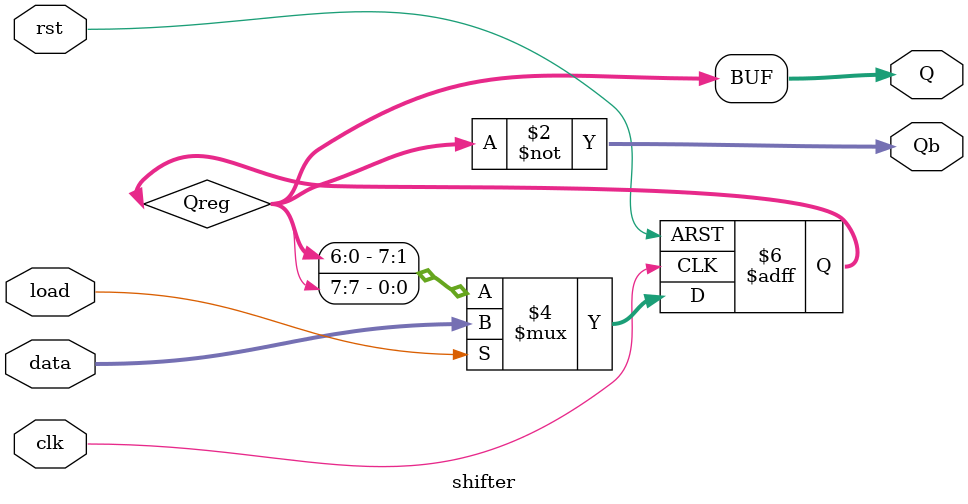
<source format=sv>
module shifter (
  input  logic         clk,
  input  logic         rst,
  input  logic         load,
  input  logic [7:0]   data,
  output logic [7:0]   Q,
  output logic [7:0]   Qb
);

  // Internal register, declared with the same index order as the VHDL version
  logic [7:0] Qreg;

  // Sequential block with asynchronous reset
  always_ff @(posedge clk or posedge rst) begin
    if (rst)
      Qreg <= 8'b00000000; // Asynchronous reset
    else if (load)
      Qreg <= data;        // load data when load is high
    else
      Qreg <= { Qreg[6:0], Qreg[7] }; // Barrel shift: rotate left by one bit
  end

  // Drive the outputs
  assign Q  = Qreg;
  assign Qb = ~Qreg; // Bitwise NOT of Qreg

endmodule

</source>
